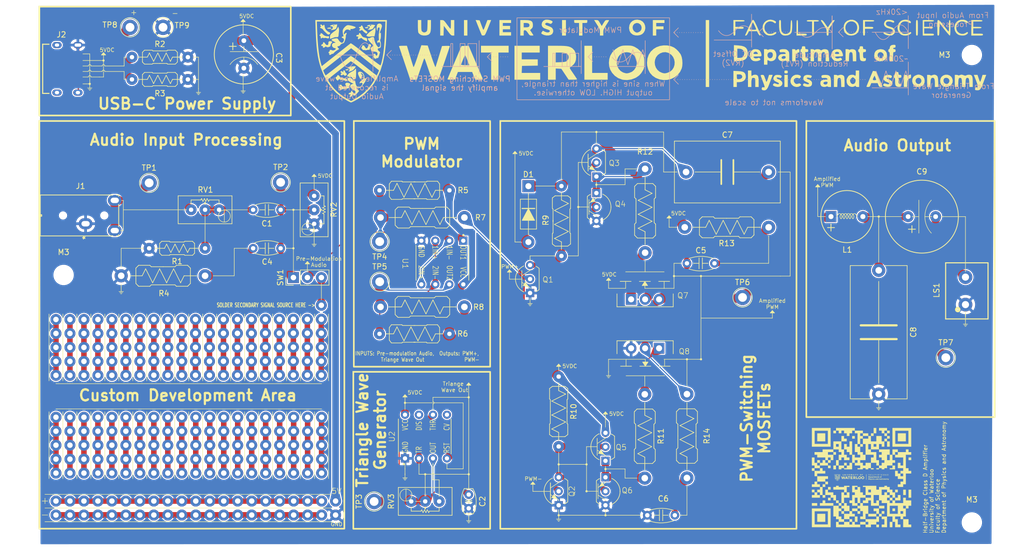
<source format=kicad_pcb>
(kicad_pcb (version 20241229) (generator "pcbnew") (generator_version "9.0")
  (layers (0 "F.Cu" signal) (2 "B.Cu" signal) (13 "F.Paste" user) (15 "B.Paste" user) (5 "F.SilkS" user "F.Silkscreen") (7 "B.SilkS" user "B.Silkscreen") (1 "F.Mask" user) (3 "B.Mask" user) (25 "Edge.Cuts" user))
  (net 0 "")
  (net 1 "Net-(U1-1IN+)")
  (net 2 "GND")
  (net 3 "Net-(U1-OUT1)")
  (net 4 "+5V")
  (net 5 "Net-(Q7-S)")
  (net 6 "Net-(D1-K)")
  (net 7 "Net-(C8-Pad1)")
  (net 8 "Net-(C9-Pad2)")
  (net 9 "Net-(J1-Pad2)")
  (net 10 "Net-(J2-CC1)")
  (net 11 "Net-(J2-CC2)")
  (net 12 "Net-(U1-OUT2)")
  (net 13 "Net-(U2-Q)")
  (net 14 "Net-(SW1-B)")
  (net 17 "Net-(Q1-B)")
  (net 18 "Net-(Q1-C)")
  (net 19 "Net-(Q2-C)")
  (net 20 "Net-(Q2-B)")
  (net 21 "Net-(Q3-E)")
  (net 22 "Net-(Q5-E)")
  (net 23 "Net-(Q7-G)")
  (net 24 "Net-(Q8-G)")
  (net 25 "Net-(C1-Pad2)")
  (net 26 "Net-(C4-Pad1)")
  (net 27 "Net-(C5-Pad1)")
  (net 28 "Net-(C6-Pad1)")
  (net 29 "Net-(SW1-A)")
  (net 30 "/Other Inputs")
  (footprint "PCM_Resistor_THT_US_AKL:R_Axial_DIN0411_L9.9mm_D3.6mm_P15.24mm_Horizontal" (layer "F.Cu") (at 133.08 41.33 180)
    (property "Reference" "R13")
    (property "Value" "10" (hide yes))
  )
  (footprint "PCM_Resistor_THT_US_AKL:R_Axial_DIN0309_L9.0mm_D3.2mm_P12.70mm_Horizontal" (layer "F.Cu") (at 94.94 68.48 -90)
    (property "Reference" "R10")
    (property "Value" "1k" (hide yes))
  )
  (footprint "Class D:PNP_Schematic" (layer "F.Cu") (at 104.09 89.19 180)
    (property "Reference" "Q6")
    (property "Value" "2N2907A")
  )
  (footprint "Class D:LM393" (layer "F.Cu") (at 73.8 47.8875 -90)
    (property "Reference" "U1")
    (property "Value" "~")
  )
  (footprint "Class D:NPN_Schematic" (layer "F.Cu") (at 102.79 81.39)
    (property "Reference" "Q5")
    (property "Value" "2N4401")
  )
  (footprint "MountingHole:MountingHole_3.2mm_M3" (layer "F.Cu") (at 170 95)
    (property "Reference" "M3")
    (property "Value" "MountingHole_3.2mm_M3")
  )
  (footprint "PCM_Resistor_THT_US_AKL:R_Axial_DIN0207_L6.3mm_D2.5mm_P10.16mm_Horizontal" (layer "F.Cu") (at 30.7 45.15 180)
    (property "Reference" "R1")
    (property "Value" "10k" (hide yes))
  )
  (footprint "TestPoint:TestPoint_Keystone_5010-5014_Multipurpose" (layer "F.Cu") (at 62.425 51.2325)
    (property "Reference" "TP5")
    (property "Value" "TestPoint")
  )
  (footprint "PCM_Diode_THT_AKL:D_DO-41_SOD81_P10.16mm_Horizontal" (layer "F.Cu") (at 89.44 33.85 -90)
    (property "Reference" "D1")
    (property "Value" "1N5819" (hide yes))
  )
  (footprint "PCM_Resistor_THT_US_AKL:R_Axial_DIN0207_L6.3mm_D2.5mm_P10.16mm_Horizontal" (layer "F.Cu") (at 17.415 14.444)
    (property "Reference" "R3")
    (property "Value" "5.1k" (hide yes))
  )
  (footprint "Class D:CAP_PK&slash_PZ_10X20_LOW_RUB" (layer "F.Cu") (at 37.615 7.52 -90)
    (property "Reference" "C3")
    (property "Value" "1m")
  )
  (footprint "Class D:NPN_Schematic" (layer "F.Cu") (at 101.14 29.7)
    (property "Reference" "Q3")
    (property "Value" "2N4401")
  )
  (footprint "Class D:PinHeader_1x03_P2.54mm_Vertical" (layer "F.Cu") (at 46.75 50.47 90)
    (property "Reference" "SW1")
    (property "Value" "SW_SPDT")
  )
  (footprint "PCM_Resistor_THT_US_AKL:R_Axial_DIN0411_L9.9mm_D3.6mm_P15.24mm_Horizontal" (layer "F.Cu") (at 77.81 39.5575 180)
    (property "Reference" "R7")
    (property "Value" "10" (hide yes))
  )
  (footprint "PCM_Capacitor_THT_AKL:C_Disc_D5.0mm_W2.5mm_P2.50mm" (layer "F.Cu") (at 78.6 89.93 -90)
    (property "Reference" "C2")
    (property "Value" "10n" (hide yes))
  )
  (footprint "TestPoint:TestPoint_Keystone_5010-5014_Multipurpose" (layer "F.Cu") (at 17.065 4.97)
    (property "Reference" "TP8")
    (property "Value" "TestPoint")
  )
  (footprint "TestPoint:TestPoint_Keystone_5010-5014_Multipurpose" (layer "F.Cu") (at 23.065 4.97)
    (property "Reference" "TP9")
    (property "Value" "TestPoint")
  )
  (footprint "PCM_Resistor_THT_US_AKL:R_Axial_DIN0411_L9.9mm_D3.6mm_P15.24mm_Horizontal" (layer "F.Cu") (at 77.81 55.8075 180)
    (property "Reference" "R8")
    (property "Value" "10" (hide yes))
  )
  (footprint "PCM_Resistor_THT_US_AKL:R_Axial_DIN0411_L9.9mm_D3.6mm_P15.24mm_Horizontal" (layer "F.Cu") (at 110.58 71.7 -90)
    (property "Reference" "R11")
    (property "Value" "10" (hide yes))
  )
  (footprint "MountingHole:MountingHole_3.2mm_M3" (layer "F.Cu") (at 170 10)
    (property "Reference" "M3")
    (property "Value" "MountingHole_3.2mm_M3")
  )
  (footprint "" (layer "F.Cu") (at 54.41 91.11)
    (property "Reference" "")
    (property "Value" "")
  )
  (footprint "LOGO" (layer "F.Cu") (at 111.47 11.1)
    (property "Reference" "G***" (hide yes))
    (property "Value" "LOGO" (hide yes))
  )
  (footprint "LOGO" (layer "F.Cu") (at 149.96 86.84)
    (property "Reference" "G***" (hide yes))
    (property "Value" "LOGO" (hide yes))
  )
  (footprint "MountingHole:MountingHole_3.2mm_M3" (layer "F.Cu") (at 5 50)
    (property "Reference" "M3")
    (property "Value" "MountingHole_3.2mm_M3")
  )
  (footprint "Class D:GCT_USB4125-GF-A_REVA2" (layer "F.Cu") (at 4.595 12.514 -90)
    (property "Reference" "J2")
    (property "Value" "USB_C_Receptacle_PowerOnly_24P")
  )
  (footprint "Class D:STX-3000_KYC" (layer "F.Cu") (at 8.99 40.6802 90)
    (property "Reference" "J1")
    (property "Value" "STX-3000")
  )
  (footprint "PCM_Resistor_THT_US_AKL:R_Axial_DIN0309_L9.0mm_D3.2mm_P12.70mm_Horizontal" (layer "F.Cu") (at 75.09 60.7075 180)
    (property "Reference" "R6")
    (property "Value" "1k" (hide yes))
  )
  (footprint "TestPoint:TestPoint_Keystone_5010-5014_Multipurpose" (layer "F.Cu") (at 20.54 33.26)
    (property "Reference" "TP1")
    (property "Value" "TestPoint")
  )
  (footprint "TestPoint:TestPoint_Keystone_5010-5014_Multipurpose" (layer "F.Cu") (at 165.27 65.04)
    (property "Reference" "TP7")
    (property "Value" "TestPoint")
  )
  (footprint "PCM_Resistor_THT_US_AKL:R_Axial_DIN0411_L9.9mm_D3.6mm_P15.24mm_Horizontal" (layer "F.Cu") (at 118.24 86.91 90)
    (property "Reference" "R14")
    (property "Value" "10" (hide yes))
  )
  (footprint "" (layer "F.Cu") (at 54.41 93.65)
    (property "Reference" "")
    (property "Value" "")
  )
  (footprint "Class D:PNP_Schematic" (layer "F.Cu") (at 102.44 37.5 180)
    (property "Reference" "Q4")
    (property "Value" "2N2907A")
  )
  (footprint "PCM_Potentiometer_THT_US_AKL:Potentiometer_Bourns_3296W_Vertical" (layer "F.Cu") (at 68.15 91.17 180)
    (property "Reference" "RV3")
    (property "Value" "2k" (hide yes))
  )
  (footprint "PCM_Capacitor_THT_AKL:C_Disc_D5.0mm_W2.5mm_P5.00mm" (layer "F.Cu") (at 116.04 93.69 180)
    (property "Reference" "C6")
    (property "Value" "100n" (hide yes))
  )
  (footprint "Class D:691137710002" (layer "F.Cu") (at 168.84 52.89 90)
    (property "Reference" "LS1")
    (property "Value" "40Ω")
  )
  (footprint "PCM_Resistor_THT_US_AKL:R_Axial_DIN0411_L9.9mm_D3.6mm_P15.24mm_Horizontal" (layer "F.Cu") (at 15.46 50.15)
    (property "Reference" "R4")
    (property "Value" "10" (hide yes))
  )
  (footprint "PCM_Capacitor_THT_AKL:C_Disc_D5.0mm_W2.5mm_P5.00mm" (layer "F.Cu") (at 44.43 38.15 180)
    (property "Reference" "C1")
    (property "Value" "100n" (hide yes))
  )
  (footprint "Class D:Breadboard" (layer "F.Cu") (at 3.61 63.17)
    (property "Reference" "Custom Development Area")
    (property "Value" "Breadboard")
  )
  (footprint "TestPoint:TestPoint_Keystone_5010-5014_Multipurpose" (layer "F.Cu") (at 44.43 33.15)
    (property "Reference" "TP2")
    (property "Value" "TestPoint")
  )
  (footprint "PCM_Potentiometer_THT_US_AKL:Potentiometer_Bourns_3296W_Vertical" (layer "F.Cu") (at 50.52 40.7 -90)
    (property "Reference" "RV2")
    (property "Value" "20k" (hide yes))
  )
  (footprint "Class D:CAP_PK&slash_PZ_12P5X20_LOW_RUB" (layer "F.Cu") (at 158.42 39.39)
    (property "Reference" "C9")
    (property "Value" "3300u")
  )
  (footprint "" (layer "F.Cu") (at 51.82 55.51)
    (property "Reference" "")
    (property "Value" "")
  )
  (footprint "PCM_Capacitor_THT_AKL:C_Disc_D5.0mm_W2.5mm_P5.00mm" (layer "F.Cu") (at 123.24 47.88 180)
    (property "Reference" "C5")
    (property "Value" "100n" (hide yes))
  )
  (footprint "PCM_Resistor_THT_US_AKL:R_Axial_DIN0207_L6.3mm_D2.5mm_P10.16mm_Horizontal" (layer "F.Cu") (at 17.415 10.394)
    (property "Reference" "R2")
    (property "Value" "5.1k" (hide yes))
  )
  (footprint "TestPoint:TestPoint_Keystone_5010-5014_Multipurpose" (layer "F.Cu") (at 61.41 91.19 90)
    (property "Reference" "TP3")
    (property "Value" "TestPoint")
  )
  (footprint "PCM_Potentiometer_THT_US_AKL:Potentiometer_Bourns_3296W_Vertical" (layer "F.Cu") (at 33.24 38.14)
    (property "Reference" "RV1")
    (property "Value" "5k" (hide yes))
  )
  (footprint "Class D:IND_BOURNS_RLB0912" (layer "F.Cu") (at 144.4088 39.38)
    (property "Reference" "L1")
    (property "Value" "22u")
  )
  (footprint "Class D:TLC555CP" (layer "F.Cu") (at 70.65 79.36 90)
    (property "Reference" "U2")
    (property "Value" "NE555P")
  )
  (footprint "Class D:NPN_Schematic" (layer "F.Cu") (at 94.29 89.4675)
    (property "Reference" "Q2")
    (property "Value" "2N4401")
  )
  (footprint "TestPoint:TestPoint_Keystone_5010-5014_Multipurpose" (layer "F.Cu") (at 128.34 54.08)
    (property "Reference" "TP6")
    (property "Value" "TestPoint")
  )
  (footprint "Class D:NPN_Schematic" (layer "F.Cu") (at 89.09 50.88)
    (property "Reference" "Q1")
    (property "Value" "2N4401")
  )
  (footprint "PCM_Resistor_THT_US_AKL:R_Axial_DIN0309_L9.0mm_D3.2mm_P12.70mm_Horizontal" (layer "F.Cu") (at 75.09 34.6075 180)
    (property "Reference" "R5")
    (property "Value" "1k" (hide yes))
  )
  (footprint "PCM_Resistor_THT_US_AKL:R_Axial_DIN0411_L9.9mm_D3.6mm_P15.24mm_Horizontal" (layer "F.Cu") (at 110.64 45.95 90)
    (property "Reference" "R12")
    (property "Value" "10" (hide yes))
  )
  (footprint "Class D:NMOS Schematic" (layer "F.Cu") (at 108.14 54.43)
    (property "Reference" "Q7" (hide yes))
    (property "Value" "IRLZ14PBF" (hide yes))
  )
  (footprint "Class D:NMOS Schematic" (layer "F.Cu") (at 113.14 63.3275 180)
    (property "Reference" "Q8" (hide yes))
    (property "Value" "IRLZ14PBF" (hide yes))
  )
  (footprint "PCM_Capacitor_THT_AKL:C_Disc_D5.0mm_W2.5mm_P5.00mm" (layer "F.Cu") (at 39.43 45.15)
    (property "Reference" "C4")
    (property "Value" "100n" (hide yes))
  )
  (footprint "TestPoint:TestPoint_Keystone_5010-5014_Multipurpose" (layer "F.Cu") (at 62.425 43.9325 180)
    (property "Reference" "TP4")
    (property "Value" "TestPoint")
  )
  (footprint "PCM_Capacitor_THT_AKL:C_Rect_L19.0mm_W11.0mm_P15.00mm_MKS4" (layer "F.Cu") (at 118.08 31.28)
    (property "Reference" "C7")
    (property "Value" "2.2u" (hide yes))
  )
  (footprint "PCM_Resistor_THT_US_AKL:R_Axial_DIN0309_L9.0mm_D3.2mm_P12.70mm_Horizontal" (layer "F.Cu") (at 95.44 33.83 -90)
    (property "Reference" "R9")
    (property "Value" "1k" (hide yes))
  )
  (footprint "PCM_Capacitor_THT_AKL:C_Rect_L24.0mm_W10.1mm_P22.50mm_MKT" (layer "F.Cu") (at 153.08 49.16 -90)
    (property "Reference" "C8")
    (property "Value" "3u" (hide yes))
  )
  (gr_line (start 107 85.27) (end 103.44 85.27) (stroke (width 0.1)) (layer "F.SilkS"))
  (gr_line (start 168.74 59.34) (end 168.94 59.34) (stroke (width 0.1)) (layer "F.SilkS"))
  (gr_poly (pts (xy 141.599999 33.99) (xy 142.4 33.99) (xy 142 33.54)) (stroke (width 0.1)) (fill yes) (layer "F.SilkS"))
  (gr_line (start 94.94 92.69) (end 94.94 93.69) (stroke (width 0.1)) (layer "F.SilkS"))
  (gr_line (start 168.44 58.94) (end 169.24 58.94) (stroke (width 0.1)) (layer "F.SilkS"))
  (gr_rect (start 139.93 22) (end 174.139985 75.84) (stroke (width 0.3)) (fill no) (layer "F.SilkS"))
  (gr_line (start 29.1 16.8) (end 29.9 16.8) (stroke (width 0.1)) (layer "F.SilkS"))
  (gr_line (start 8.5 14) (end 9.5 14) (stroke (width 0.1)) (layer "F.SilkS"))
  (gr_line (start 87 44.01) (end 87 28) (stroke (width 0.1)) (layer "F.SilkS"))
  (gr_line (start 46.75 38.15) (end 46.75 49.55) (stroke (width 0.1)) (layer "F.SilkS"))
  (gr_line (start 168.84 57.67) (end 168.84 57.15) (stroke (width 0.1)) (layer "F.SilkS"))
  (gr_line (start 15.85 41.95) (end 15.35 41.95) (stroke (width 0.1)) (layer "F.SilkS"))
  (gr_circle (center 78.6 86.24) (end 78.45 86.24) (stroke (width 0.1)) (fill yes) (layer "F.SilkS"))
  (gr_line (start 73.23 90.25) (end 73.23 87.25) (stroke (width 0.1)) (layer "F.SilkS"))
  (gr_line (start 50.52 43.71) (end 50.52 44.41) (stroke (width 0.1)) (layer "F.SilkS"))
  (gr_circle (center 100 84.44) (end 100.15 84.44) (stroke (width 0.1)) (fill yes) (layer "F.SilkS"))
  (gr_line (start 98.5 46.53) (end 96.6 46.53) (stroke (width 0.1)) (layer "F.SilkS"))
  (gr_line (start 15.46 45.15) (end 15.46 48.62) (stroke (width 0.1)) (layer "F.SilkS"))
  (gr_arc (start 72.1 73.05) (mid 72.3 73.25) (end 72.1 73.45) (stroke (width 0.1)) (layer "F.SilkS"))
  (gr_line (start 78.6 86.24) (end 78.6 72.25) (stroke (width 0.1)) (layer "F.SilkS"))
  (gr_line (start 94.94 67.4) (end 94.94 66.19) (stroke (width 0.1)) (layer "F.SilkS"))
  (gr_line (start 31.55 38.15) (end 32.4 38.15) (stroke (width 0.1)) (layer "F.SilkS"))
  (gr_line (start 124.29 47.88) (end 133.08 47.88) (stroke (width 0.1)) (layer "F.SilkS"))
  (gr_line (start 152.98 74.53) (end 153.18 74.53) (stroke (width 0.1)) (layer "F.SilkS"))
  (gr_line (start 49.29 49.47) (end 49.29 47.54) (stroke (width 0.1)) (layer "F.SilkS"))
  (gr_line (start 27.35 38.145) (end 15.85 38.145) (stroke (width 0.1)) (layer "F.SilkS"))
  (gr_line (start 74.64 85.25) (end 77.6 85.25) (stroke (width 0.1)) (layer "F.SilkS"))
  (gr_line (start 29.5 10.394) (end 29.5 14.444) (stroke (width 0.1)) (layer "F.SilkS"))
  (gr_circle (center 46.75 38.15) (end 46.9 38.15) (stroke (width 0.1)) (fill yes) (layer "F.SilkS"))
  (gr_line (start 16 14.444) (end 16.4 14.444) (stroke (width 0.1)) (layer "F.SilkS"))
  (gr_line (start 116.5 31.28) (end 114 31.28) (stroke (width 0.1)) (layer "F.SilkS"))
  (gr_line (start 103.9 68.69) (end 104.1 68.69) (stroke (width 0.1)) (layer "F.SilkS"))
  (gr_line (start 29.4 17.2) (end 29.6 17.2) (stroke (width 0.1)) (layer "F.SilkS"))
  (gr_line (start 168.84 58.24) (end 168.84 58.94) (stroke (width 0.1)) (layer "F.SilkS"))
  (gr_line (start 78.59 72.25) (end 78.59 69.6) (stroke (width 0.1)) (layer "F.SilkS"))
  (gr_line (start 134.8 31.28) (end 137 31.28) (stroke (width 0.1)) (layer "F.SilkS"))
  (gr_line (start 89.74 54.487759) (end 89.74 54.18) (stroke (width 0.1)) (layer "F.SilkS"))
  (gr_line (start 153.08 73.43) (end 153.08 72.91) (stroke (width 0.1)) (layer "F.SilkS"))
  (gr_line (start 12.25 11) (end 12.25 14) (stroke (width 0.1)) (layer "F.SilkS"))
  (gr_line (start 101.79 24) (end 95.44 24) (stroke (width 0.1)) (layer "F.SilkS"))
  (gr_line (start 74.64 84.25) (end 74.64 85.25) (stroke (width 0.1)) (layer "F.SilkS"))
  (gr_line (start 103.44 85.8) (end 103.44 84.78) (stroke (width 0.1)) (layer "F.SilkS"))
  (gr_line (start 32.16 50.15) (end 36 50.15) (stroke (width 0.1)) (layer "F.SilkS"))
  (gr_line (start 109.99 93.69) (end 103.44 93.69) (stroke (width 0.1)) (layer "F.SilkS"))
  (gr_line (start 69.9 91.17) (end 68.93 91.17) (stroke (width 0.1)) (layer "F.SilkS"))
  (gr_rect (start 57.63 67.61) (end 82.49 96.15) (stroke (width 0.3)) (fill no) (layer "F.SilkS"))
  (gr_line (start 104 67.65) (end 104 65.33) (stroke (width 0.1)) (layer "F.SilkS"))
  (gr_line (start 168.59 59.14) (end 169.09 59.14) (stroke (width 0.1)) (layer "F.SilkS"))
  (gr_line (start 94.94 82.23) (end 94.94 85.91) (stroke (width 0.1)) (layer "F.SilkS"))
  (gr_line (start 51.83 51.47) (end 51.83 54.52) (stroke (width 0.1)) (layer "F.SilkS"))
  (gr_line (start 88.1 44.01) (end 87 44.01) (stroke (width 0.1)) (layer "F.SilkS"))
  (gr_line (start 9.5 16.2) (end 10 16.2) (stroke (width 0.1)) (layer "F.SilkS"))
  (gr_line (start 70.69 90.25) (end 70.69 86.24) (stroke (width 0.1)) (layer "F.SilkS"))
  (gr_line (start 164.42 39.39) (end 168.84 39.39) (stroke (width 0.1)) (layer "F.SilkS"))
  (gr_line (start 8.5 9.8) (end 9.75 9.8) (stroke (width 0.1)) (layer "F.SilkS"))
  (gr_line (start 103.6 68.29) (end 104.4 68.29) (stroke (width 0.1)) (layer "F.SilkS"))
  (gr_line (start 102.09 89.3275) (end 100 89.3275) (stroke (width 0.1)) (layer "F.SilkS"))
  (gr_poly (pts (xy 37.211807 3.95) (xy 38.011808 3.95) (xy 37.611808 3.5)) (stroke (width 0.1)) (fill yes) (layer "F.SilkS"))
  (gr_line (start 89.34 55.187759) (end 90.14 55.187759) (stroke (width 0.1)) (layer "F.SilkS"))
  (gr_line (start 168.84 49.42) (end 168.84 39.39) (stroke (width 0.1)) (layer "F.SilkS"))
  (gr_poly (pts (xy 66.619999 72.2) (xy 67.42 72.2) (xy 67.02 71.75)) (stroke (width 0.1)) (fill yes) (layer "F.SilkS"))
  (gr_line (start 73.23 87.25) (end 72.1 87.25) (stroke (width 0.1)) (layer "F.SilkS"))
  (gr_circle (center 101.79 24) (end 101.94 24) (stroke (width 0.1)) (fill yes) (layer "F.SilkS"))
  (gr_line (start 12.5 12) (end 16 12) (stroke (width 0.1)) (layer "F.SilkS"))
  (gr_line (start 114 24) (end 101.79 24) (stroke (width 0.1)) (layer "F.SilkS"))
  (gr_circle (center 100 89.33) (end 100.15 89.33) (stroke (width 0.1)) (fill yes) (layer "F.SilkS"))
  (gr_line (start 45.38 45.15) (end 46.75 45.15) (stroke (width 0.1)) (layer "F.SilkS"))
  (gr_line (start 152.83 74.33) (end 153.33 74.33) (stroke (width 0.1)) (layer "F.SilkS"))
  (gr_circle (center 118.24 65.33) (end 118.39 65.33) (stroke (width 0.1)) (fill yes) (layer "F.SilkS"))
  (gr_circle (center 98.5 37.6375) (end 98.65 37.6375) (stroke (width 0.1)) (fill yes) (layer "F.SilkS"))
  (gr_line (start 114 31.28) (end 114 24) (stroke (width 0.1)) (layer "F.SilkS"))
  (gr_line (start 118.24 65.33) (end 118.24 70.22) (stroke (width 0.1)) (layer "F.SilkS"))
  (gr_line (start 151.09 39.38) (end 157.3 39.38) (stroke (width 0.1)) (layer "F.SilkS"))
  (gr_line (start 93.44 89.3475) (end 90.25 89.3475) (stroke (width 0.1)) (layer "F.SilkS"))
  (gr_circle (center 103.44 85.29) (end 103.59 85.28) (stroke (width 0.1)) (fill yes) (layer "F.SilkS"))
  (gr_circle (center 67.02 73.25) (end 67.17 73.25) (stroke (width 0.1)) (fill yes) (layer "F.SilkS"))
  (gr_line (start 94.95 84.44) (end 100 84.44) (stroke (width 0.1)) (layer "F.SilkS"))
  (gr_line (start 101.79 24) (end 101.79 26.1) (stroke (width 0.1)) (layer "F.SilkS"))
  (gr_line (start 9.75 9.8) (end 9.75 15.3) (stroke (width 0.1)) (layer "F.SilkS"))
  (gr_circle (center 120.79333 65.330001) (end 120.79 65.18) (stroke (width 0.1)) (fill yes) (layer "F.SilkS"))
  (gr_line (start 29.5 14.444) (end 28.55 14.444) (stroke (width 0.1)) (layer "F.SilkS"))
  (gr_line (start 15.36 53.41) (end 15.56 53.41) (stroke (width 0.1)) (layer "F.SilkS"))
  (gr_circle (center 70.69 86.24) (end 70.84 86.24) (stroke (width 0.1)) (fill yes) (layer "F.SilkS"))
  (gr_line (start 109.15 30.71) (end 107 30.71) (stroke (width 0.1)) (layer "F.SilkS"))
  (gr_line (start 120.79 57.84) (end 133.76 57.84) (stroke (width 0.1)) (layer "F.SilkS"))
  (gr_line (start 38.38 45.15) (end 36 45.15) (stroke (width 0.1)) (layer "F.SilkS"))
  (gr_line (start 8.5 13) (end 9.5 13) (stroke (width 0.1)) (layer "F.SilkS"))
  (gr_line (start 114.1 52.43) (end 115.89 52.43) (stroke (width 0.1)) (layer "F.SilkS"))
  (gr_line (start 95.44 24) (end 95.44 32.6) (stroke (width 0.1)) (layer "F.SilkS"))
  (gr_line (start 98.5 29.537759) (end 100.29 29.537759) (stroke (width 0.1)) (layer "F.SilkS"))
  (gr_line (start 107.08 65.3275) (end 104 65.33) (stroke (width 0.1)) (layer "F.SilkS"))
  (gr_line (start 9.35 16) (end 10.15 16) (stroke (width 0.1)) (layer "F.SilkS"))
  (gr_line (start 89.49 55.387759) (end 89.99 55.387759) (stroke (width 0.1)) (layer "F.SilkS"))
  (gr_line (start 37.22 16.53) (end 38.02 16.53) (stroke (width 0.1)) (layer "F.SilkS"))
  (gr_line (start 67.02 74.5) (end 67.02 72.25) (stroke (width 0.1)) (layer "F.SilkS"))
  (gr_line (start 12.5 13) (end 16 13) (stroke (width 0.1)) (layer "F.SilkS"))
  (gr_line (start 28.55 10.394) (end 29.5 10.394) (stroke (width 0.1)) (layer "F.SilkS"))
  (gr_line (start 104 67.59) (end 104 68.29) (stroke (width 0.1)) (layer "F.SilkS"))
  (gr_line (start 94.69 94.59) (end 95.19 94.59) (stroke (width 0.1)) (layer "F.SilkS"))
  (gr_circle (center 115.89 50.2) (end 115.89 50.05) (stroke (width 0.1)) (fill yes) (layer "F.SilkS"))
  (gr_line (start 37.37 16.73) (end 37.87 16.73) (stroke (width 0.1)) (layer "F.SilkS"))
  (gr_rect (start 0.59 1.2) (end 46.275 21) (stroke (width 0.3)) (fill no) (layer "F.SilkS"))
  (gr_line (start 16 12) (end 16 10.394) (stroke (width 0.1)) (layer "F.SilkS"))
  (gr_arc (start 12 13) (mid 12.25 12.75) (end 12.5 13) (stroke (width 0.1)) (layer "F.SilkS"))
  (gr_line (start 103.44 76.75) (end 103.44 75.33) (stroke (width 0.1)) (layer "F.SilkS"))
  (gr_line (start 98.5 37.6375) (end 98.5 46.53) (stroke (width 0.1)) (layer "F.SilkS"))
  (gr_line (start 72.1 73.45) (end 72.1 74.5) (stroke (width 0.1)) (layer "F.SilkS"))
  (gr_line (start 120.79 65.33) (end 120.79 50.35) (stroke (width 0.1)) (layer "F.SilkS"))
  (gr_line (start 94.3 33.83) (end 90.7 33.83) (stroke (width 0.1)) (layer "F.SilkS"))
  (gr_line (start 116.39 41.33) (end 115 41.33) (stroke (width 0.1)) (layer "F.SilkS"))
  (gr_line (start 34.11 38.15) (end 38.47 38.15) (stroke (width 0.1)) (layer "F.SilkS"))
  (gr_line (start 9.75 15.3) (end 9.75 16) (stroke (width 0.1)) (layer "F.SilkS"))
  (gr_circle (center 101.79 33.575) (end 101.94 33.575) (stroke (width 0.1)) (fill yes) (layer "F.SilkS"))
  (gr_line (start 114.08 65.3275) (end 120.79 65.33) (stroke (width 0.1)) (layer "F.SilkS"))
  (gr_line (start 50.27 44.61) (end 50.77 44.61) (stroke (width 0.1)) (layer "F.SilkS"))
  (gr_circle (center 103.44 93.69) (end 103.59 93.69) (stroke (width 0.1)) (fill yes) (layer "F.SilkS"))
  (gr_line (start 101.94 81.22) (end 100 81.22) (stroke (width 0.1)) (layer "F.SilkS"))
  (gr_line (start 78.59 72.25) (end 72.1 72.25) (stroke (width 0.1)) (layer "F.SilkS"))
  (gr_line (start 10 13) (end 12 13) (stroke (width 0.1)) (layer "F.SilkS"))
  (gr_rect (start 0.59 22) (end 56 96.13) (stroke (width 0.3)) (fill no) (layer "F.SilkS"))
  (gr_line (start 98.5 37.6375) (end 98.5 29.537759) (stroke (width 0.1)) (layer "F.SilkS"))
  (gr_line (start 78.6 93.35) (end 78.6 94.05) (stroke (width 0.1)) (layer "F.SilkS"))
  (gr_line (start 67.02 85.25) (end 67.02 86.25) (stroke (width 0.1)) (layer "F.SilkS"))
  (gr_line (start 8.5 15.25) (end 9.75 15.25) (stroke (width 0.1)) (layer "F.SilkS"))
  (gr_line (start 37.615 6.5) (end 37.615 4) (stroke (width 0.1)) (layer "F.SilkS"))
  (gr_line (start 15.21 53.21) (end 15.71 53.21) (stroke (width 0.1)) (layer "F.SilkS"))
  (gr_line (start 94.84 94.79) (end 95.04 94.79) (stroke (width 0.1)) (layer "F.SilkS"))
  (gr_arc (start 9.5 12) (mid 9.75 11.75) (end 10 12) (stroke (width 0.1)) (layer "F.SilkS"))
  (gr_line (start 153.08 73.43) (end 153.08 74.13) (stroke (width 0.1)) (layer "F.SilkS"))
  (gr_line (start 152.68 74.13) (end 153.48 74.13) (stroke (width 0.1)) (layer "F.SilkS"))
  (gr_line (start 11.5 14) (end 12.25 14) (stroke (width 0.1)) (layer "F.SilkS"))
  (gr_line (start 117.09 93.69) (end 118.24 93.69) (stroke (width 0.1)) (layer "F.SilkS"))
  (gr_line (start 94.94 93.69) (end 94.94 94.39) (stroke (width 0.1)) (layer "F.SilkS"))
  (gr_line (start 168.84 56.64) (end 168.84 58.24) (stroke (width 0.1)) (layer "F.SilkS"))
  (gr_line (start 153.08 39.38) (end 153.08 47.71) (stroke (width 0.1)) (layer "F.SilkS"))
  (gr_line (start 100 89.3275) (end 100 81.22) (stroke (width 0.1)) (layer "F.SilkS"))
  (gr_poly (pts (xy 85.599999 49.49) (xy 86.4 49.49) (xy 86 49.04)) (stroke (width 0.1)) (fill yes) (layer "F.SilkS"))
  (gr_line (start 29.25 17) (end 29.75 17) (stroke (width 0.1)) (layer "F.SilkS"))
  (gr_line (start 107.1 52.43) (end 104 52.43) (stroke (width 0.1)) (layer "F.SilkS"))
  (gr_line (start 15.85 36.45) (end 15.54 36.45) (stroke (width 0.1)) (layer "F.SilkS"))
  (gr_poly (pts (xy 86.599999 27.96) (xy 87.4 27.96) (xy 87 27.51)) (stroke (width 0.1)) (fill yes) (layer "F.SilkS"))
  (gr_poly (pts (xy 48.889999 47.99) (xy 49.69 47.99) (xy 49.29 47.54)) (stroke (width 0.1)) (fill yes) (layer "F.SilkS"))
  (gr_line (start 110.58 68.3275) (end 110.58 70.25) (stroke (width 0.1)) (layer "F.SilkS"))
  (gr_poly (pts (xy 103.598597 50.99) (xy 104.398598 50.99) (xy 103.998598 50.54)) (stroke (width 0.1)) (fill yes) (layer "F.SilkS"))
  (gr_circle (center 120.79 50.2) (end 120.94 50.2) (stroke (width 0.1)) (fill yes) (layer "F.SilkS"))
  (gr_line (start 16 13) (end 16 14.444) (stroke (width 0.1)) (layer "F.SilkS"))
  (gr_poly (pts (xy 50.114775 32.12) (xy 50.914776 32.12) (xy 50.514776 31.67)) (stroke (width 0.1)) (fill yes) (layer "F.SilkS"))
  (gr_line (start 78.6 93.97) (end 78.6 94.67) (stroke (width 0.1)) (layer "F.SilkS"))
  (gr_line (start 78.2 94.67) (end 79 94.67) (stroke (width 0.1)) (layer "F.SilkS"))
  (gr_circle (center 12.25 11) (end 12.4 11) (stroke (width 0.1)) (fill yes) (layer "F.SilkS"))
  (gr_circle (center 94.94 93.69) (end 95.09 93.69) (stroke (width 0.1)) (fill yes) (layer "F.SilkS"))
  (gr_line (start 101.79 34.2) (end 101.79 32.95) (stroke (width 0.1)) (layer "F.SilkS"))
  (gr_line (start 77.59 73.25) (end 67.03 73.25) (stroke (width 0.1)) (layer "F.SilkS"))
  (gr_line (start 86 50.76) (end 86 49.52) (stroke (width 0.1)) (layer "F.SilkS"))
  (gr_line (start 50.52 34.51) (end 50.52 32.12) (stroke (width 0.1)) (layer "F.SilkS"))
  (gr_line (start 77.6 85.25) (end 77.59 73.25) (stroke (width 0.1)) (layer "F.SilkS"))
  (gr_line (start 107 86.94) (end 107 85.27) (stroke (width 0.1)) (layer "F.SilkS"))
  (gr_line (start 72.1 84.24) (end 72.1 87.25) (stroke (width 0.1)) (layer "F.SilkS"))
  (gr_rect (start 57.725 22) (end 82.49 66.68) (stroke (width 0.3)) (fill no) (layer "F.SilkS"))
  (gr_line (start 29.5 16.1) (end 29.5 16.8) (stroke (width 0.1)) (layer "F.SilkS"))
  (gr_line (start 66.92 87.29) (end 67.12 87.29) (stroke (width 0.1)) (layer "F.SilkS"))
  (gr_line (start 72.1 72.25) (end 72.1 73.05) (stroke (width 0.1)) (layer "F.SilkS"))
  (gr_line (start 69.56 84.25) (end 69.56 86.24) (stroke (width 0.1)) (layer "F.SilkS"))
  (gr_line (start 50.12 44.41) (end 50.92 44.41) (stroke (width 0.1)) (layer "F.SilkS"))
  (gr_line (start 67.02 84.25) (end 67.02 85.25) (stroke (width 0.1)) (layer "F.SilkS"))
  (gr_line (start 103.44 77.67) (end 103.44 76.69) (stroke (width 0.1)) (layer "F.SilkS"))
  (gr_line (start 50.52 43.71) (end 50.52 41.54) (stroke (width 0.1)) (layer "F.SilkS"))
  (gr_line (start 16 10.394) (end 16.4 10.394) (stroke (width 0.1)) (layer "F.SilkS"))
  (gr_line (start 115.89 50.2) (end 135.25 50.2) (stroke (width 0.1)) (layer "F.SilkS"))
  (gr_line (start 103.75 68.49) (end 104.25 68.49) (stroke (width 0.1)) (layer "F.SilkS"))
  (gr_line (start 90.25 89.3475) (end 90.25 88.1075) (stroke (width 0.1)) (layer "F.SilkS"))
  (gr_line (start 70.69 86.24) (end 71.9 86.24) (stroke (width 0.1)) (layer "F.SilkS"))
  (gr_line (start 88.24 50.76) (end 86 50.76) (stroke (width 0.1)) (layer "F.SilkS"))
  (gr_line (start 137 50.2) (end 137 31.28) (stroke (width 0.1)) (layer "F.SilkS"))
  (gr_rect (start 84.33 22) (end 138.14 96.15) (stroke (width 0.3)) (fill no) (layer "F.SilkS"))
  (gr_circle (center 94.94 84.44) (end 95.09 84.44) (stroke (width 0.1)) (fill yes) (layer "F.SilkS"))
  (gr_line (start 78.35 94.87) (end 78.85 94.87) (stroke (width 0.1)) (layer "F.SilkS"))
  (gr_line (start 89.74 46.53) (end 94.35 46.53) (stroke (width 0.1)) (layer "F.SilkS"))
  (gr_arc (start 71.9 86.24) (mid 72.1 86.04) (end 72.3 86.24) (stroke (width 0.1)) (layer "F.SilkS"))
  (gr_circle (center 46.75 45.15) (end 46.9 45.16) (stroke (width 0.1)) (fill yes) (layer "F.SilkS"))
  (gr_line (start 100.44 37.6375) (end 98.5 37.6375) (stroke (width 0.1)) (layer "F.SilkS"))
  (gr_line (start 89.74 47.37) (end 89.74 46.53) (stroke (width 0.1)) (layer "F.SilkS"))
  (gr_line (start 89.64 55.587759) (end 89.84 55.587759) (stroke (width 0.1)) (layer "F.SilkS"))
  (gr_line (start 15.85 36.45) (end 15.85 41.95) (stroke (width 0.1)) (layer "F.SilkS"))
  (gr_arc (start 9.5 14) (mid 9.75 13.75) (end 10 14) (stroke (width 0.1)) (layer "F.SilkS"))
  (gr_line (start 9.5 12) (end 8.5 12) (stroke (width 0.1)) (layer "F.SilkS"))
  (gr_line (start 135.185 50.2) (end 137 50.2) (stroke (width 0.1)) (layer "F.SilkS"))
  (gr_line (start 104 52.43) (end 104 51.01) (stroke (width 0.1)) (layer "F.SilkS"))
  (gr_line (start 107 33.575) (end 107 30.71) (stroke (width 0.1)) (layer "F.SilkS"))
  (gr_line (start 10 14) (end 11.5 14) (stroke (width 0.1)) (layer "F.SilkS"))
  (gr_poly (pts (xy 94.538597 66.64) (xy 95.338598 66.64) (xy 94.938598 66.19)) (stroke (width 0.1)) (fill yes) (layer "F.SilkS"))
  (gr_poly (pts (xy 114.599999 39.66) (xy 115.4 39.66) (xy 115 39.21)) (stroke (width 0.1)) (fill yes) (layer "F.SilkS"))
  (gr_poly (pts (xy 103.038597 75.31) (xy 103.838598 75.31) (xy 103.438598 74.86)) (stroke (width 0.1)) (fill yes) (layer "F.SilkS"))
  (gr_line (start 143.4 39.38) (end 142 39.38) (stroke (width 0.1)) (layer "F.SilkS"))
  (gr_line (start 15.46 52.31) (end 15.46 53.01) (stroke (width 0.1)) (layer "F.SilkS"))
  (gr_line (start 94.54 94.39) (end 95.34 94.39) (stroke (width 0.1)) (layer "F.SilkS"))
  (gr_line (start 133.76 57.84) (end 133.76 56.46) (stroke (width 0.1)) (layer "F.SilkS"))
  (gr_line (start 29.5 14.444) (end 29.5 16.1) (stroke (width 0.1)) (layer "F.SilkS"))
  (gr_line (start 50.42 44.81) (end 50.62 44.81) (stroke (width 0.1)) (layer "F.SilkS"))
  (gr_line (start 78.5 95.07) (end 78.7 95.07) (stroke (width 0.1)) (layer "F.SilkS"))
  (gr_arc (start 9.5 13) (mid 9.75 12.75) (end 10 13) (stroke (width 0.1)) (layer "F.SilkS"))
  (gr_poly (pts (xy 78.189999 70.05) (xy 78.99 70.05) (xy 78.59 69.6)) (stroke (width 0.1)) (fill yes) (layer "F.SilkS"))
  (gr_line (start 115 41.33) (end 115 39.67) (stroke (width 0.1)) (layer "F.SilkS"))
  (gr_line (start 15.06 53.01) (end 15.86 53.01) (stroke (width 0.1)) (layer "F.SilkS"))
  (gr_line (start 12 12) (end 10 12) (stroke (width 0.1)) (layer "F.SilkS"))
  (gr_line (start 67.02 86.19) (end 67.02 86.89) (stroke (width 0.1)) (layer "F.SilkS"))
  (gr_line (start 66.77 87.09) (end 67.27 87.09) (stroke (width 0.1)) (layer "F.SilkS"))
  (gr_line (start 66.62 86.89) (end 67.42 86.89) (stroke (width 0.1)) (layer "F.SilkS"))
  (gr_line (start 101.79 33.575) (end 107 33.575) (stroke (width 0.1)) (layer "F.SilkS"))
  (gr_line (start 110.64 47.4) (end 110.64 49.43) (stroke (width 0.1)) (layer "F.SilkS"))
  (gr_line (start 118.24 93.69) (end 118.24 88.36) (stroke (width 0.1)) (layer "F.SilkS"))
  (gr_line (start 8.5 11) (end 12.25 11) (stroke (width 0.1)) (layer "F.SilkS"))
  (gr_line (start 72.3 86.24) (end 78.6 86.24) (stroke (width 0.1)) (layer "F.SilkS"))
  (gr_line (start 78.6 86.24) (end 78.601866 89.05) (stroke (width 0.1)) (layer "F.SilkS"))
  (gr_line (start 36 45.15) (end 36 50.14) (stroke (width 0.1)) (layer "F.SilkS"))
  (gr_line (start 37.62 15.83) (end 37.62 16.53) (stroke (width 0.1)) (layer "F.SilkS"))
  (gr_line (start 109.2 86.94) (end 107 86.94) (stroke (width 0.1)) (layer "F.SilkS"))
  (gr_line (start 19.54 45.15) (end 15.46 45.15) (stroke (width 0.1)) (layer "F.SilkS"))
  (gr_line (start 142 39.38) (end 142 33.54) (stroke (width 0.1)) (layer "F.SilkS"))
  (gr_line (start 15.46 51.68) (end 15.46 52.34) (stroke (width 0.1)) (layer "F.SilkS"))
  (gr_poly (pts (xy 89.849999 88.0775) (xy 90.65 88.0775) (xy 90.25 87.6275)) (stroke (width 0.1)) (fill yes) (layer "F.SilkS"))
  (gr_line (start 37.52 16.93) (end 37.72 16.93) (stroke (width 0.1)) (layer "F.SilkS"))
  (gr_line (start 89.74 54.487759) (end 89.74 55.187759) (stroke (width 0.1)) (layer "F.SilkS"))
  (gr_line (start 94.94 93.69) (end 103.44 93.69) (stroke (width 0.1)) (layer "F.SilkS"))
  (gr_line (start 45.33 38.15) (end 49.54 38.15) (stroke (width 0.1)) (layer "F.SilkS"))
  (gr_line (start 133.08 42.9) (end 133.08 47.88) (stroke (width 0.1)) (layer "F.SilkS"))
  (gr_poly (pts (xy 133.359999 56.91) (xy 134.16 56.91) (xy 133.76 56.46)) (stroke (width 0.1)) (fill yes) (layer "F.SilkS"))
  (gr_line (start 115.89 52.43) (end 115.89 47.88) (stroke (width 0.1)) (layer "F.SilkS"))
  (gr_circle (center 78.59 72.25) (end 78.44 72.25) (stroke (width 0.1)) (fill yes) (layer "F.SilkS"))
  (gr_line (start 115.89 47.88) (end 117.19 47.88) (stroke (width 0.1)) (layer "F.SilkS"))
  (gr_line (start 103.44 93.69) (end 103.44 92.69) (stroke (width 0.1)) (layer "F.SilkS"))
  (gr_line (start 37.615 13.6) (end 37.615 15.9) (stroke (width 0.1)) (layer "F.SilkS"))
  (gr_line (start 69.56 86.24) (end 70.69 86.24) (stroke (width 0.1)) (layer "F.SilkS"))
  (gr_circle (center 9.75 15.25) (end 9.9 15.25) (stroke (width 0.1)) (fill yes) (layer "F.SilkS"))
  (gr_line (start 12.25 11) (end 12.25 10) (stroke (width 0.1)) (layer "F.SilkS"))
  (gr_line (start 9.65 16.4) (end 9.85 16.4) (stroke (width 0.1)) (layer "F.SilkS"))
  (gr_arc (start 12 12) (mid 12.25 11.75) (end 12.5 12) (stroke (width 0.1)) (layer "F.SilkS"))
  (gr_poly (pts (xy 11.85 10) (xy 12.65 10) (xy 12.25 9.55)) (stroke (width 0.1)) (fill yes) (layer "F.SilkS"))
  (gr_line (start 30.7 39.05) (end 30.7 44.13) (stroke (width 0.1)) (layer "F.SilkS"))
  (gr_circle (center 153.08 39.38) (end 153.23 39.38) (stroke (width 0.1)) (fill yes) (layer "F.SilkS"))
  (gr_line (start 109.31 11.7475) (end 109.76 10.39) (stroke (width 0.1)) (layer "B.SilkS"))
  (gr_line (start 158.45 14.27) (end 158 12.9125) (stroke (width 0.1)) (layer "B.SilkS"))
  (gr_curve (pts (xy 129.98 5.58) (xy 128.48 3.58) (xy 126.98 5.58) (xy 126.98 5.58)) (stroke (width 0.1)) (layer "B.SilkS"))
  (gr_line (start 108.41 9.0325) (end 108.86 10.39) (stroke (width 0.1)) (layer "B.SilkS"))
  (gr_rect (start 87.36 3.24) (end 115.08 18.14) (stroke (width 0.1)) (fill no) (layer "B.SilkS"))
  (gr_line (start 108.41 9.0325) (end 107.96 10.39) (stroke (width 0.1)) (layer "B.SilkS"))
  (gr_line (start 151.035 5.85) (end 145.77 5.85) (stroke (width 0.1) (type dot)) (layer "B.SilkS"))
  (gr_line (start 121.105 5.92) (end 115.84 5.92) (stroke (width 0.1) (type dot)) (layer "B.SilkS"))
  (gr_curve (pts (xy 144.62 5.89) (xy 143.12 3.89) (xy 141.62 5.89) (xy 141.62 5.89)) (stroke (width 0.1)) (layer "B.SilkS"))
  (gr_line (start 77.91 7.93) (end 77.04 7.93) (stroke (width 0.1)) (layer "B.SilkS"))
  (gr_line (start 99.03 7.39) (end 99.03 13.39) (stroke (width 0.1)) (layer "B.SilkS"))
  (gr_line (start 75.345 7.92) (end 75.695 7.92) (stroke (width 0.1)) (layer "B.SilkS"))
  (gr_curve (pts (xy 138.62 5.89) (xy 140.12 7.89) (xy 141.62 5.89) (xy 141.62 5.89)) (stroke (width 0.1)) (layer "B.SilkS"))
  (gr_line (start 158.45 15.97) (end 151.87 15.97) (stroke (width 0.1)) (layer "B.SilkS"))
  (gr_line (start 115.84 14.46) (end 116.69 15.31) (stroke (width 0.1)) (layer "B.SilkS"))
  (gr_line (start 98.58 12.09) (end 98.58 9.69) (stroke (width 0.1)) (layer "B.SilkS"))
  (gr_line (start 77.04 12.09) (end 77.04 7.93) (stroke (width 0.1)) (layer "B.SilkS"))
  (gr_line (start 154.4 12.9125) (end 153.95 14.27) (stroke (width 0.1)) (layer "B.SilkS"))
  (gr_line (start 80.0375 7.93) (end 78.4625 7.93) (stroke (width 0.1)) (layer "B.SilkS"))
  (gr_curve (pts (xy 55.201736 10.01) (xy 56.693472 15.04) (xy 58.201736 10.01) (xy 58.201736 10.01)) (stroke (width 0.1)) (layer "B.SilkS"))
  (gr_line (start 72.74 10.01) (end 63.7 10.01) (stroke (width 0.1) (type dot)) (layer "B.SilkS"))
  (gr_curve (pts (xy 61.201736 10.01) (xy 59.71 4.98) (xy 58.201736 10.01) (xy 58.201736 10.01)) (stroke (width 0.1)) (layer "B.SilkS"))
  (gr_line (start 106.61 9.0325) (end 107.06 10.39) (stroke (width 0.1)) (layer "B.SilkS"))
  (gr_line (start 77.91 12.09) (end 77.91 7.93) (stroke (width 0.1)) (layer "B.SilkS"))
  (gr_curve (pts (xy 152.451736 5.859033) (xy 153.951736 8.859033) (xy 155.451736 5.859033) (xy 155.451736 5.859033)) (stroke (width 0.1)) (layer "B.SilkS"))
  (gr_line (start 93.88 9.69) (end 94.23 9.69) (stroke (width 0.1)) (layer "B.SilkS"))
  (gr_line (start 129.98 7.28) (end 123.18 7.28) (stroke (width 0.1)) (layer "B.SilkS"))
  (gr_line (start 54.62 10.01) (end 61.2 10.01) (stroke (width 0.1)) (layer "B.SilkS"))
  (gr_line (start 115.84 5.92) (end 116.69 5.07) (stroke (width 0.1)) (layer "B.SilkS"))
  (gr_line (start 100.275 10.335) (end 101.125 11.185) (stroke (width 0.1)) (layer "B.SilkS"))
  (gr_line (start 96.45 9.69) (end 95.58 9.69) (stroke (width 0.1)) (layer "B.SilkS"))
  (gr_line (start 99.03 12.09) (end 92.23 12.09) (stroke (width 0.1)) (layer "B.SilkS"))
  (gr_line (start 81.97 10.335) (end 82.82 9.485) (stroke (width 0.1)) (layer "B.SilkS"))
  (gr_line (start 136.545 5.84) (end 131.28 5.84) (stroke (width 0.1) (type dot)) (layer "B.SilkS"))
  (gr_line (start 155.3 15.6275) (end 154.85 14.27) (stroke (width 0.1)) (layer "B.SilkS"))
  (gr_line (start 93.88 12.09) (end 93.88 9.69) (stroke (width 0.1)) (layer "B.SilkS"))
  (gr_line (start 75.69 12.09) (end 75.69 7.93) (stroke (width 0.1)) (layer "B.SilkS"))
  (gr_line (start 104.81 9.0325) (end 105.26 10.39) (stroke (width 0.1)) (layer "B.SilkS"))
  (gr_line (start 109.31 11.7475) (end 108.86 10.39) (stroke (width 0.1)) (layer "B.SilkS"))
  (gr_line (start 144.62 2.89) (end 144.62 8.89) (stroke (width 0.1)) (layer "B.SilkS"))
  (gr_line (start 105.71 11.7475) (end 105.26 10.39) (stroke (width 0.1)) (layer "B.SilkS"))
  (gr_line (start 85.675 10.335) (end 81.97 10.335) (stroke (width 0.1) (type dot)) (layer "B.SilkS"))
  (gr_line (start 131.28 5.84) (end 132.13 4.99) (stroke (width 0.1)) (layer "B.SilkS"))
  (gr_line (start 157.1 15.6275) (end 156.65 14.27) (stroke (width 0.1)) (layer "B.SilkS"))
  (gr_line (start 131.28 5.84) (end 132.13 6.69) (stroke (width 0.1)) (layer "B.SilkS"))
  (gr_line (start 156.2 12.9125) (end 155.75 14.27) (stroke (width 0.1)) (layer "B.SilkS"))
  (gr_line (start 80.49 12.09) (end 73.69 12.09) (stroke (width 0.1)) (layer "B.SilkS"))
  (gr_line (start 152.6 12.9125) (end 153.05 14.27) (stroke (width 0.1)) (layer "B.SilkS"))
  (gr_line (start 95.58 12.09) (end 95.58 9.69) (stroke (width 0.1)) (layer "B.SilkS"))
  (gr_curve (pts (xy 158.451736 5.859033) (xy 156.951736 2.859033) (xy 155.451736 5.859033) (xy 155.451736 5.859033)) (stroke (width 0.1)) (layer "B.SilkS"))
  (gr_line (start 75.34 12.09) (end 75.34 7.93) (stroke (width 0.1)) (layer "B.SilkS"))
  (gr_line (start 154.4 12.9125) (end 154.85 14.27) (stroke (width 0.1)) (layer "B.SilkS"))
  (gr_line (start 150.61 14.46) (end 115.84 14.46) (stroke (width 0.1) (type dot)) (layer "B.SilkS"))
  (gr_line (start 115.84 14.46) (end 116.69 13.61) (stroke (width 0.1)) (layer "B.SilkS"))
  (gr_line (start 145.77 5.85) (end 146.62 5) (stroke (width 0.1)) (layer "B.SilkS"))
  (gr_line (start 103.535 10.335) (end 100.275 10.335) (stroke (width 0.1) (type dot)) (layer "B.SilkS"))
  (gr_line (start 107.51 11.7475) (end 107.06 10.39) (stroke (width 0.1)) (layer "B.SilkS"))
  (gr_line (start 158 12.9125) (end 157.55 14.27) (stroke (width 0.1)) (layer "B.SilkS"))
  (gr_line (start 107.51 11.7475) (end 107.96 10.39) (stroke (width 0.1)) (layer "B.SilkS"))
  (gr_line (start 80.49 7.39) (end 80.49 13.39) (stroke (width 0.1)) (layer "B.SilkS"))
  (gr_line (start 105.71 11.7475) (end 106.16 10.39) (stroke (width 0.1)) (layer "B.SilkS"))
  (gr_curve (pts (xy 110.66 10.39) (xy 109.16 8.39) (xy 107.66 10.39) (xy 107.66 10.39)) (stroke (width 0.1)) (layer "B.SilkS"))
  (gr_line (start 100.275 10.335) (end 101.125 9.485) (stroke (width 0.1)) (layer "B.SilkS"))
  (gr_line (start 156.2 12.9125) (end 156.65 14.27) (stroke (width 0.1)) (layer "B.SilkS"))
  (gr_line (start 158.45 11.27) (end 158.45 17.27) (stroke (width 0.1)) (layer "B.SilkS"))
  (gr_line (start 153.5 15.6275) (end 153.05 14.27) (stroke (width 0.1)) (layer "B.SilkS"))
  (gr_line (start 96.45 12.09) (end 96.45 9.69) (stroke (width 0.1)) (layer "B.SilkS"))
  (gr_line (start 157.1 15.6275) (end 157.55 14.27) (stroke (width 0.1)) (layer "B.SilkS"))
  (gr_line (start 153.5 15.6275) (end 153.95 14.27) (stroke (width 0.1)) (layer "B.SilkS"))
  (gr_line (start 110.66 7.39) (end 110.66 13.39) (stroke (width 0.1)) (layer "B.SilkS"))
  (gr_line (start 78.465 7.93) (end 78.465 12.09) (stroke (width 0.1)) (layer "B.SilkS"))
  (gr_line (start 110.66 12.09) (end 104.13 12.09) (stroke (width 0.1)) (layer "B.SilkS"))
  (gr_line (start 110.66 10.39) (end 110.21 9.0325) (stroke (width 0.1)) (layer "B.SilkS"))
  (gr_line (start 63.7 10.01) (end 64.55 10.86) (stroke (width 0.1)) (layer "B.SilkS"))
  (gr_line (start 106.61 9.0325) (end 106.16 10.39) (stroke (width 0.1)) (layer "B.SilkS"))
  (gr_line (start 110.21 9.0325) (end 109.76 10.39) (stroke (width 0.1)) (layer "B.SilkS"))
  (gr_curve (pts (xy 104.66 10.39) (xy 106.16 12.39) (xy 107.66 10.39) (xy 107.66 10.39)) (stroke (width 0.1)) (layer "B.SilkS"))
  (gr_line (start 98.58 9.69) (end 97.005 9.69) (stroke (width 0.1)) (layer "B.SilkS"))
  (gr_curve (pts (xy 123.98 5.58) (xy 125.48 7.58) (xy 126.98 5.58) (xy 126.98 5.58)) (stroke (width 0.1)) (layer "B.SilkS"))
  (gr_line (start 63.7 10.01) (end 64.55 9.16) (stroke (width 0.1)) (layer "B.SilkS"))
  (gr_line (start 97.005 9.69) (end 97.005 12.09) (stroke (width 0.1)) (layer "B.SilkS"))
  (gr_line (start 151.87 5.859033) (end 158.45 5.859033) (stroke (width 0.1)) (layer "B.SilkS"))
  (gr_line (start 144.62 5.89) (end 144.62 2.89) (stroke (width 0.1)) (layer "B.SilkS"))
  (gr_line (start 158.45 8.850967) (end 158.45 2.850967) (stroke (width 0.1)) (layer "B.SilkS"))
  (gr_line (start 145.77 5.85) (end 146.62 6.7) (stroke (width 0.1)) (layer "B.SilkS"))
  (gr_line (start 80.04 12.09) (end 80.04 7.93) (stroke (width 0.1)) (layer "B.SilkS"))
  (gr_line (start 115.84 5.92) (end 116.69 6.77) (stroke (width 0.1)) (layer "B.SilkS"))
  (gr_line (start 129.98 2.58) (end 129.98 8.58) (stroke (width 0.1)) (layer "B.SilkS"))
  (gr_line (start 61.2 13.001934) (end 61.2 7.001934) (stroke (width 0.1)) (layer "B.SilkS"))
  (gr_line (start 81.97 10.335) (end 82.82 11.185) (stroke (width 0.1)) (layer "B.SilkS"))
  (gr_line (start 94.23 12.09) (end 94.23 9.69) (stroke (width 0.1)) (layer "B.SilkS"))
  (gr_line (start 144.62 5.89) (end 137.82 5.89) (stroke (width 0.1)) (layer "B.SilkS"))
  (gr_line (start 155.3 15.6275) (end 155.75 14.27) (stroke (width 0.1)) (layer "B.SilkS"))
  (gr_rect (start 0 0) (end 175 100) (stroke (width 0.00001)) (fill no) (layer "Edge.Cuts"))
  (gr_text "5VDC" (at 102.73 50.32 0) (layer "F.SilkS") (effects (font (size 0.7 0.7) (thickness 0.1)) (justify left bottom)))
  (gr_text "+\n" (at 17.065 2.82 0) (layer "F.SilkS") (effects (font (size 1 1) (thickness 0.1)) (justify left bottom)))
  (gr_text "5VDC" (at 51.12 32.38 0) (layer "F.SilkS") (effects (font (size 0.7 0.7) (thickness 0.1)) (justify left bottom)))
  (gr_text "PWM\nModulator" (at 70.05 30.55 0) (layer "F.SilkS") (effects (font (size 2 2) (thickness 0.4) (bold yes)) (justify bottom)))
  (gr_text "5VDC" (at 36.85 3.35 0) (layer "F.SilkS") (effects (font (size 0.7 0.7) (thickness 0.1)) (justify left bottom)))
  (gr_text "5VDC" (at 104.05 75.66 0) (layer "F.SilkS") (effects (font (size 0.7 0.7) (thickness 0.1)) (justify left bottom)))
  (gr_text "PWM-Switching\nMOSFETs" (at 133.48 76.05 90) (layer "F.SilkS") (effects (font (size 2 2) (thickness 0.4) (bold yes)) (justify bottom)))
  (gr_text "Amplified\nPWM" (at 143.72 34.08 0) (layer "F.SilkS") (effects (font (size 0.7 0.7) (thickness 0.1)) (justify bottom)))
  (gr_text "5VDC" (at 11.5 9.5 0) (layer "F.SilkS") (effects (font (size 0.7 0.7) (thickness 0.1)) (justify left bottom)))
  (gr_text "-" (at 24.565 2.97 0) (layer "F.SilkS") (effects (font (size 1 1) (thickness 0.1)) (justify left bottom)))
  (gr_text "PWM-\n" (at 88.69 87.4775 0) (layer "F.SilkS") (effects (font (size 0.7 0.7) (thickness 0.1)) (justify left bottom)))
  (gr_text "PWM+\n" (at 84.44 48.89 0) (layer "F.SilkS") (effects (font (size 0.7 0.7) (thickness 0.1)) (justify left bottom)))
  (gr_text "Audio Input Processing" (at 9.54 26.6 0) (layer "F.SilkS") (effects (font (size 2 2) (thickness 0.4) (bold yes)) (justify left bottom)))
  (gr_text "5VDC" (at 67.43 71.78 0) (layer "F.SilkS") (effects (font (size 0.7 0.7) (thickness 0.1)) (justify left bottom)))
  (gr_text "Triange \nWave Out" (at 76.04 71.33 0) (layer "F.SilkS") (effects (font (size 0.7 0.7) (thickness 0.1)) (justify bottom)))
  (gr_text "Half-Bridge Class D Amplifier\nUniversity of Waterloo\nFaculty of Science\nDepartment of Physics and Astronomy" (at 165.33 97.02 90) (layer "F.SilkS") (effects (font (size 0.7 0.7) (thickness 0.1)) (justify left bottom)))
  (gr_text "INPUTS: Pre-modulation Audio,\n		Triange Wave Out" (at 57.92 65.8 0) (layer "F.SilkS") (effects (font (size 0.7 0.6) (thickness 0.1)) (justify left bottom)))
  (gr_text "Triangle Wave\nGenerator" (at 63.66 78.21 90) (layer "F.SilkS") (effects (font (size 2 2) (thickness 0.4) (bold yes)) (justify bottom)))
  (gr_text "SOLDER SECONDARY SIGNAL SOURCE HERE ->" (at 32.76 55.92 0) (layer "F.SilkS") (effects (font (size 0.75 0.5) (thickness 0.125) (bold yes)) (justify left bottom)))
  (gr_text "Audio Output" (at 146.49 27.62 0) (layer "F.SilkS") (effects (font (size 2 2) (thickness 0.4) (bold yes)) (justify left bottom)))
  (gr_text "Outputs: PWM+,\n	     PWM-" (at 73.2 65.8 0) (layer "F.SilkS") (effects (font (size 0.7 0.6) (thickness 0.1)) (justify left bottom)))
  (gr_text "5VDC" (at 87.611402 28.31 0) (layer "F.SilkS") (effects (font (size 0.7 0.7) (thickness 0.1)) (justify left bottom)))
  (gr_text "Amplified\nPWM" (at 133.76 56.23 0) (layer "F.SilkS") (effects (font (size 0.7 0.7) (thickness 0.1)) (justify bottom)))
  (gr_text "5VDC" (at 115.31 39.21 0) (layer "F.SilkS") (effects (font (size 0.7 0.7) (thickness 0.1)) (justify left bottom)))
  (gr_text "USB-C Power Supply" (at 11.02 20.03 0) (layer "F.SilkS") (effects (font (size 2 2) (thickness 0.4) (bold yes)) (justify left bottom)))
  (gr_text "5V" (at 53.61 89.89 0) (layer "F.SilkS") (effects (font (size 1 1) (thickness 0.1)) (justify left bottom)))
  (gr_text "GND" (at 53.46 95.73 0) (layer "F.SilkS") (effects (font (size 0.7 0.7) (thickness 0.1)) (justify left bottom)))
  (gr_text "5VDC" (at 95.55 66.99 0) (layer "F.SilkS") (effects (font (size 0.7 0.7) (thickness 0.1)) (justify left bottom)))
  (gr_text "Pre-Modulation\nAudio" (at 51.37 48.58 0) (layer "F.SilkS") (effects (font (size 0.7 0.7) (thickness 0.1)) (justify bottom)))
  (gr_text "DC Offset\n(RV2)\n" (at 126.61 12.01 0) (layer "B.SilkS") (effects (font (size 1 1) (thickness 0.1)) (justify bottom mirror)))
  (gr_text "When sine is higher than triangle,\noutput HIGH. LOW otherwise." (at 101.22 17.43 0) (layer "B.SilkS") (effects (font (size 1 1) (thickness 0.1)) (justify bottom mirror)))
  (gr_text "~200kHz" (at 158.45 11.27 0) (layer "B.SilkS") (effects (font (size 1 1) (thickness 0.1)) (justify left bottom mirror)))
  (gr_text "PWM Switching MOSFETs\namplify the signal" (at 77 16.55 0) (layer "B.SilkS") (effects (font (size 1 1) (thickness 0.125)) (justify bottom mirror)))
  (gr_text "Amplified sine wave\nis recovered at\nAudio Output" (at 58.28 18.11 0) (layer "B.SilkS") (effects (font (size 1 1) (thickness 0.1)) (justify bottom mirror)))
  (gr_text "From Triangle Wave \nGenerator" (at 166.29 17.88 0) (layer "B.SilkS") (effects (font (size 1 1) (thickness 0.1)) (justify bottom mirror)))
  (gr_text "Amplitude\nReduction (RV1)\n" (at 141.41 12.17 0) (layer "B.SilkS") (effects (font (size 1 1) (thickness 0.1)) (justify bottom mirror)))
  (gr_text "From Audio Input \nProcessing" (at 166.17 4.99 0) (layer "B.SilkS") (effects (font (size 1 1) (thickness 0.1)) (justify bottom mirror)))
  (gr_text "PWM Modulator" (at 106.51 6.06 0) (layer "B.SilkS") (effects (font (size 1 1) (thickness 0.1)) (justify left bottom mirror)))
  (gr_text "Waveforms not to scale" (at 143.15 19.21 0) (layer "B.SilkS") (effects (font (size 1 1) (thickness 0.1)) (justify left bottom mirror)))
  (gr_text "<20kHz" (at 158.45 2.76 0) (layer "B.SilkS") (effects (font (size 1 1) (thickness 0.1)) (justify left bottom mirror)))
  (segment (start 77.800001 89.130001) (end 78.6 89.93) (width 0.2) (layer "F.Cu") (net 1))
  (segment (start 72.53 51.7075) (end 72.53 43.7675) (width 0.2) (layer "F.Cu") (net 1))
  (segment (start 72.729999 89.130001) (end 77.800001 89.130001) (width 0.2) (layer "F.Cu") (net 1))
  (segment (start 69.56 77.95) (end 69.56 83.35) (width 0.2) (layer "F.Cu") (net 1))
  (segment (start 65.969 88.989) (end 65.969 58.2685) (width 0.2) (layer "F.Cu") (net 1))
  (segment (start 72.1 75.41) (end 69.56 77.95) (width 0.2) (layer "F.Cu") (net 1))
  (segment (start 61.43 91.17) (end 61.41 91.19) (width 0.2) (layer "F.Cu") (net 1))
  (segment (start 68.15 91.17) (end 61.43 91.17) (width 0.2) (layer "F.Cu") (net 1))
  (segment (start 70.69 91.17) (end 72.729999 89.130001) (width 0.2) (layer "F.Cu") (net 1))
  (segment (start 69.56 90.04) (end 70.69 91.17) (width 0.2) (layer "F.Cu") (net 1))
  (segment (start 70.69 91.17) (end 68.15 91.17) (width 0.2) (layer "F.Cu") (net 1))
  (segment (start 69.56 83.35) (end 69.56 90.04) (width 0.2) (layer "F.Cu") (net 1))
  (segment (start 65.969 58.2685) (end 72.53 51.7075) (width 0.2) (layer "F.Cu") (net 1))
  (segment (start 68.15 91.17) (end 65.969 88.989) (width 0.2) (layer "F.Cu") (net 1))
  (segment (start 7.595 8.194) (end 7.595 9.684) (width 0.2) (layer "F.Cu") (net 2))
  (segment (start 7.595 9.684) (end 7.675 9.764) (width 0.2) (layer "F.Cu") (net 2))
  (segment (start 7.675 16.754) (end 7.595 16.834) (width 0.2) (layer "F.Cu") (net 2))
  (segment (start 7.675 15.264) (end 7.675 16.754) (width 0.2) (layer "F.Cu") (net 2))
  (segment (start 62.57 39.5575) (end 62.57 34.7875) (width 0.2) (layer "F.Cu") (net 3))
  (segment (start 62.57 34.7875) (end 62.39 34.6075) (width 0.2) (layer "F.Cu") (net 3))
  (segment (start 73.4 39.5575) (end 77.61 43.7675) (width 0.2) (layer "F.Cu") (net 3))
  (segment (start 62.57 39.5575) (end 73.4 39.5575) (width 0.2) (layer "F.Cu") (net 3))
  (segment (start 62.57 43.7875) (end 62.425 43.9325) (width 0.2) (layer "B.Cu") (net 3))
  (segment (start 62.57 39.5575) (end 62.57 43.7875) (width 0.2) (layer "B.Cu") (net 3))
  (segment (start 37.615 7.52) (end 46.48 16.385) (width 1.2) (layer "F.Cu") (net 4))
  (segment (start 75.09 54.2275) (end 75.09 60.7075) (width 1.2) (layer "F.Cu") (net 4))
  (segment (start 6.643 10.994) (end 6.524 11.113) (width 0.7) (layer "F.Cu") (net 4))
  (segment (start 76.191 61.8085) (end 76.191 81.799) (width 1.2) (layer "F.Cu") (net 4))
  (segment (start 52.95 7.52) (end 89.44 44.01) (width 1.2) (layer "F.Cu") (net 4))
  (segment (start 11.041 10.994) (end 17.065 4.97) (width 0.7) (layer "F.Cu") (net 4))
  (segment (start 7.675 10.994) (end 14.586 10.994) (width 0.7) (layer "F.Cu") (net 4))
  (segment (start 6.524 11.113) (end 6.524 13.915) (width 0.7) (layer "F.Cu") (net 4))
  (segment (start 112.641 35.540842) (end 112.641 52.429) (width 1.2) (layer "F.Cu") (net 4))
  (segment (start 7.675 10.994) (end 11.041 10.994) (width 0.7) (layer "F.Cu") (net 4))
  (segment (start 6.643 14.034) (end 7.675 14.034) (width 0.7) (layer "F.Cu") (net 4))
  (segment (start 14.586 10.994) (end 18.06 7.52) (width 0.7) (layer "F.Cu") (net 4))
  (segment (start 7.675 10.994) (end 6.643 10.994) (width 0.7) (layer "F.Cu") (net 4))
  (segment (start 37.615 7.52) (end 84.620158 7.52) (width 1.2) (layer "F.Cu") (net 4))
  (segment (start 112.641 52.429) (end 110.64 54.43) (width 1.2) (layer "F.Cu") (net 4))
  (segment (start 84.483446 7.52) (end 37.615 7.52) (width 1.2) (layer "F.Cu") (net 4))
  (segment (start 18.06 7.52) (end 37.615 7.52) (width 0.7) (layer "F.Cu") (net 4))
  (segment (start 46.48 16.385) (end 46.48 31.58) (width 1.2) (layer "F.Cu") (net 4))
  (segment (start 88.189 45.261) (end 88.189 61.729) (width 1.2) (layer "F.Cu") (net 4))
  (segment (start 48.0025 7.52) (end 75.09 34.6075) (width 1.2) (layer "F.Cu") (net 4))
  (segment (start 46.48 31.58) (end 50.52 35.62) (width 1.2) (layer "F.Cu") (net 4))
  (segment (start 76.191 81.799) (end 74.64 83.35) (width 1.2) (layer "F.Cu") (net 4))
  (segment (start 6.524 13.915) (end 6.643 14.034) (width 0.7) (layer "F.Cu") (net 4))
  (segment (start 117.84 41.33) (end 117.84 40.876554) (width 1.2) (layer "F.Cu") (net 4))
  (segment (start 88.189 61.729) (end 94.94 68.48) (width 1.2) (layer "F.Cu") (net 4))
  (segment (start 37.615 7.52) (end 48.0025 7.52) (width 1.2) (layer "F.Cu") (net 4))
  (segment (start 75.09 60.7075) (end 76.191 61.8085) (width 1.2) (layer "F.Cu") (net 4))
  (segment (start 117.84 40.876554) (end 84.483446 7.52) (width 1.2) (layer "F.Cu") (net 4))
  (segment (start 37.615 7.52) (end 52.95 7.52) (width 1.2) (layer "F.Cu") (net 4))
  (segment (start 77.61 51.7075) (end 75.09 54.2275) (width 1.2) (layer "F.Cu") (net 4))
  (segment (start 75.09 60.7075) (end 67.02 68.7775) (width 1.2) (layer "F.Cu") (net 4))
  (segment (start 89.44 44.01) (end 88.189 45.261) (width 1.2) (layer "F.Cu") (net 4))
  (segment (start 67.02 68.7775) (end 67.02 75.41) (width 1.2) (layer "F.Cu") (net 4))
  (segment (start 84.620158 7.52) (end 112.641 35.540842) (width 1.2) (layer "F.Cu") (net 4))
  (segment (start 54.41 91.11) (end 54.41 24.315) (width 1.2) (layer "B.Cu") (net 4))
  (segment (start 54.41 24.315) (end 37.615 7.52) (width 1.2) (layer "B.Cu") (net 4))
  (segment (start 103.44 76.98) (end 103.44 78.71) (width 1.2) (layer "B.Cu") (net 4))
  (segment (start 79.161 42.2165) (end 79.161 50.1565) (width 1.2) (layer "B.Cu") (net 4))
  (segment (start 75.09 34.6075) (end 75.09 39.8765) (width 1.2) (layer "B.Cu") (net 4))
  (segment (start 75.09 39.8765) (end 77.43 42.2165) (width 1.2) (layer "B.Cu") (net 4))
  (segment (start 77.43 42.2165) (end 79.161 42.2165) (width 1.2) (layer "B.Cu") (net 4))
  (segment (start 94.94 68.48) (end 103.44 76.98) (width 1.2) (layer "B.Cu") (net 4))
  (segment (start 79.161 50.1565) (end 77.61 51.7075) (width 1.2) (layer "B.Cu") (net 4))
  (segment (start 113.18 54.43) (end 127.99 54.43) (width 0.2) (layer "F.Cu") (net 5))
  (segment (start 127.99 54.43) (end 128.34 54.08) (width 0.2) (layer "F.Cu") (net 5))
  (segment (start 118.24 46.12) (end 133.08 31.28) (width 0.2) (layer "F.Cu") (net 5))
  (segment (start 110.64 56.97) (end 113.18 54.43) (width 0.2) (layer "F.Cu") (net 5))
  (segment (start 143.04 39.38) (end 144.4088 39.38) (width 0.2) (layer "F.Cu") (net 5))
  (segment (start 118.24 49.37) (end 113.18 54.43) (width 0.2) (layer "F.Cu") (net 5))
  (segment (start 118.24 47.88) (end 118.24 46.12) (width 0.2) (layer "F.Cu") (net 5))
  (segment (start 110.64 63.3275) (end 110.64 56.97) (width 0.2) (layer "F.Cu") (net 5))
  (segment (start 118.24 47.88) (end 118.24 49.37) (width 0.2) (layer "F.Cu") (net 5))
  (segment (start 128.34 54.08) (end 143.04 39.38) (width 0.2) (layer "F.Cu") (net 5))
  (segment (start 118.24 71.67) (end 110.64 64.07) (width 0.2) (layer "B.Cu") (net 5))
  (segment (start 110.64 64.07) (end 110.64 63.3275) (width 0.2) (layer "B.Cu") (net 5))
  (segment (start 95.44 33.83) (end 101.79 27.48) (width 0.2) (layer "F.Cu") (net 6))
  (segment (start 95.42 33.85) (end 95.44 33.83) (width 0.2) (layer "F.Cu") (net 6))
  (segment (start 89.44 33.85) (end 95.42 33.85) (width 0.2) (layer "F.Cu") (net 6))
  (segment (start 101.79 27.48) (end 101.79 27.02) (width 0.2) (layer "F.Cu") (net 6))
  (segment (start 118.08 31.28) (end 113.82 27.02) (width 0.2) (layer "B.Cu") (net 6))
  (segment (start 113.82 27.02) (end 101.79 27.02) (width 0.2) (layer "B.Cu") (net 6))
  (segment (start 158.41 39.38) (end 158.42 39.39) (width 0.2) (layer "F.Cu") (net 7))
  (segment (start 150.2 39.38) (end 153.08 42.26) (width 0.2) (layer "F.Cu") (net 7))
  (segment (start 150.2 39.38) (end 158.41 39.38) (width 0.2) (layer "F.Cu") (net 7))
  (segment (start 153.08 42.26) (end 153.08 49.16) (width 0.2) (layer "F.Cu") (net 7))
  (segment (start 163.42 39.39) (end 163.42 63.19) (width 0.2) (layer "F.Cu") (net 8))
  (segment (start 163.42 63.19) (end 165.27 65.04) (width 0.2) (layer "F.Cu") (net 8))
  (segment (start 168.84 50.39) (end 163.42 44.97) (width 0.2) (layer "F.Cu") (net 8))
  (segment (start 163.42 44.97) (end 163.42 39.39) (width 0.2) (layer "F.Cu") (net 8))
  (segment (start 14.290002 36.430018) (end 17.369982 36.430018) (width 0.2) (layer "F.Cu") (net 9))
  (segment (start 14.290002 36.430018) (end 26.450018 36.430018) (width 0.2) (layer "F.Cu") (net 9))
  (segment (start 26.450018 36.430018) (end 28.16 38.14) (width 0.2) (layer "F.Cu") (net 9))
  (segment (start 14.290002 36.430018) (end 14.290002 41.930017) (width 0.2) (layer "F.Cu") (net 9))
  (segment (start 17.369982 36.430018) (end 20.54 33.26) (width 0.2) (layer "F.Cu") (net 9))
  (segment (start 15.795 12.014) (end 17.415 10.394) (width 0.24) (layer "F.Cu") (net 10))
  (segment (start 7.675 12.014) (end 15.795 12.014) (width 0.24) (layer "F.Cu") (net 10))
  (segment (start 7.675 13.014) (end 15.985 13.014) (width 0.24) (layer "F.Cu") (net 11))
  (segment (start 15.985 13.014) (end 17.415 14.444) (width 0.24) (layer "F.Cu") (net 11))
  (segment (start 62.425 51.2325) (end 62.425 55.6625) (width 0.2) (layer "F.Cu") (net 12))
  (segment (start 62.425 60.6725) (end 62.39 60.7075) (width 0.2) (layer "F.Cu") (net 12))
  (segment (start 62.425 55.6625) (end 62.57 55.8075) (width 0.2) (layer "F.Cu") (net 12))
  (segment (start 62.425 51.2325) (end 62.425 60.6725) (width 0.2) (layer "F.Cu") (net 12))
  (segment (start 62.425 51.2325) (end 63.951 52.7585) (width 0.2) (layer "B.Cu") (net 12))
  (segment (start 63.951 52.7585) (end 74.019 52.7585) (width 0.2) (layer "B.Cu") (net 12))
  (segment (start 74.019 52.7585) (end 75.07 51.7075) (width 0.2) (layer "B.Cu") (net 12))
  (segment (start 72.1 83.35) (end 72.1 90.04) (width 0.2) (layer "B.Cu") (net 13))
  (segment (start 72.1 90.04) (end 73.23 91.17) (width 0.2) (layer "B.Cu") (net 13))
  (segment (start 73.534 42.2315) (end 57.5285 42.2315) (width 0.2) (layer "F.Cu") (net 14))
  (segment (start 75.07 43.7675) (end 73.534 42.2315) (width 0.2) (layer "F.Cu") (net 14))
  (segment (start 57.5285 42.2315) (end 49.29 50.47) (width 0.2) (layer "F.Cu") (net 14))
  (segment (start 69.99 48.8475) (end 75.07 43.7675) (width 0.2) (layer "B.Cu") (net 14))
  (segment (start 69.99 51.7075) (end 69.99 48.8475) (width 0.2) (layer "B.Cu") (net 14))
  (segment (start 77.81 39.5575) (end 88.9925 50.74) (width 0.2) (layer "B.Cu") (net 17))
  (segment (start 88.9925 50.74) (end 89.74 50.74) (width 0.2) (layer "B.Cu") (net 17))
  (segment (start 95.44 43.99) (end 95.44 46.53) (width 0.2) (layer "F.Cu") (net 18))
  (segment (start 101.79 37.64) (end 100.739 36.589) (width 0.2) (layer "F.Cu") (net 18))
  (segment (start 100.739 30.611) (end 101.79 29.56) (width 0.2) (layer "F.Cu") (net 18))
  (segment (start 95.44 46.53) (end 93.77 48.2) (width 0.2) (layer "F.Cu") (net 18))
  (segment (start 93.77 48.2) (end 89.74 48.2) (width 0.2) (layer "F.Cu") (net 18))
  (segment (start 100.739 36.589) (end 100.739 30.611) (width 0.2) (layer "F.Cu") (net 18))
  (segment (start 101.79 37.64) (end 95.44 43.99) (width 0.2) (layer "F.Cu") (net 18))
  (segment (start 94.94 86.7875) (end 100.8975 86.7875) (width 0.2) (layer "F.Cu") (net 19))
  (segment (start 100.8975 86.7875) (end 103.44 89.33) (width 0.2) (layer "F.Cu") (net 19))
  (segment (start 103.37 81.18) (end 103.44 81.25) (width 0.2) (layer "F.Cu") (net 19))
  (segment (start 94.94 81.18) (end 103.37 81.18) (width 0.2) (layer "F.Cu") (net 19))
  (segment (start 94.94 81.18) (end 94.94 86.7875) (width 0.2) (layer "F.Cu") (net 19))
  (segment (start 77.81 72.1975) (end 77.81 55.8075) (width 0.2) (layer "F.Cu") (net 20))
  (segment (start 94.94 89.3275) (end 77.81 72.1975) (width 0.2) (layer "F.Cu") (net 20))
  (segment (start 101.79 32.1) (end 101.79 35.1) (width 0.2) (layer "F.Cu") (net 21))
  (segment (start 110.64 30.71) (end 109.25 32.1) (width 0.2) (layer "B.Cu") (net 21))
  (segment (start 109.25 32.1) (end 101.79 32.1) (width 0.2) (layer "B.Cu") (net 21))
  (segment (start 103.44 86.79) (end 110.43 86.79) (width 0.2) (layer "F.Cu") (net 22))
  (segment (start 110.43 86.79) (end 110.58 86.94) (width 0.2) (layer "F.Cu") (net 22))
  (segment (start 103.44 86.79) (end 103.44 83.79) (width 0.2) (layer "F.Cu") (net 22))
  (segment (start 108.1 48.49) (end 110.64 45.95) (width 0.2) (layer "F.Cu") (net 23))
  (segment (start 108.1 54.43) (end 108.1 48.49) (width 0.2) (layer "F.Cu") (net 23))
  (segment (start 110.58 65.9275) (end 113.18 63.3275) (width 0.2) (layer "F.Cu") (net 24))
  (segment (start 110.58 71.7) (end 110.58 65.9275) (width 0.2) (layer "F.Cu") (net 24))
  (segment (start 30.7 38.14) (end 33.24 38.14) (width 0.2) (layer "F.Cu") (net 25))
  (segment (start 33.36 38.15) (end 39.43 38.15) (width 0.2) (layer "F.Cu") (net 25))
  (segment (start 30.7 38.14) (end 30.7 45.15) (width 0.2) (layer "F.Cu") (net 25))
  (segment (start 33.35 38.14) (end 33.36 38.15) (width 0.2) (layer "F.Cu") (net 25))
  (segment (start 33.24 38.14) (end 33.35 38.14) (width 0.2) (layer "F.Cu") (net 25))
  (segment (start 34.43 50.15) (end 39.43 45.15) (width 0.2) (layer "F.Cu") (net 26))
  (segment (start 30.7 50.15) (end 34.43 50.15) (width 0.2) (layer "F.Cu") (net 26))
  (segment (start 123.24 47.88) (end 126.53 47.88) (width 0.2) (layer "F.Cu") (net 27))
  (segment (start 126.53 47.88) (end 133.08 41.33) (width 0.2) (layer "F.Cu") (net 27))
  (segment (start 116.04 89.26) (end 116.04 93.69) (width 0.2) (layer "F.Cu") (net 28))
  (segment (start 118.24 86.91) (end 118.24 87.06) (width 0.2) (layer "F.Cu") (net 28))
  (segment (start 118.24 87.06) (end 116.04 89.26) (width 0.2) (layer "F.Cu") (net 28))
  (segment (start 44.43 38.15) (end 44.43 45.15) (width 0.2) (layer "F.Cu") (net 29))
  (segment (start 44.43 38.15) (end 44.43 33.15) (width 0.2) (layer "F.Cu") (net 29))
  (segment (start 44.43 48.15) (end 46.75 50.47) (width 0.2) (layer "F.Cu") (net 29))
  (segment (start 44.43 38.15) (end 50.51 38.15) (width 0.2) (layer "F.Cu") (net 29))
  (segment (start 50.51 38.15) (end 50.52 38.16) (width 0.2) (layer "F.Cu") (net 29))
  (segment (start 44.43 45.15) (end 44.43 48.15) (width 0.2) (layer "F.Cu") (net 29))
  (segment (start 51.83 55.5) (end 51.82 55.51) (width 0.2) (layer "F.Cu") (net 30))
  (segment (start 51.83 50.47) (end 51.83 55.5) (width 0.2) (layer "F.Cu") (net 30))
  (zone (net 2) (net_name "GND") (layer "B.Cu") (connect_pads (clearance 0)) (min_thickness 0.25) (fill yes (thermal_gap 0.5) (thermal_bridge_width 0.5))
    (polygon (pts (xy 0.69 1.34) (xy 174.09 0.87) (xy 173.57 98.91) (xy 0.81 98.96)))
  )
)
</source>
